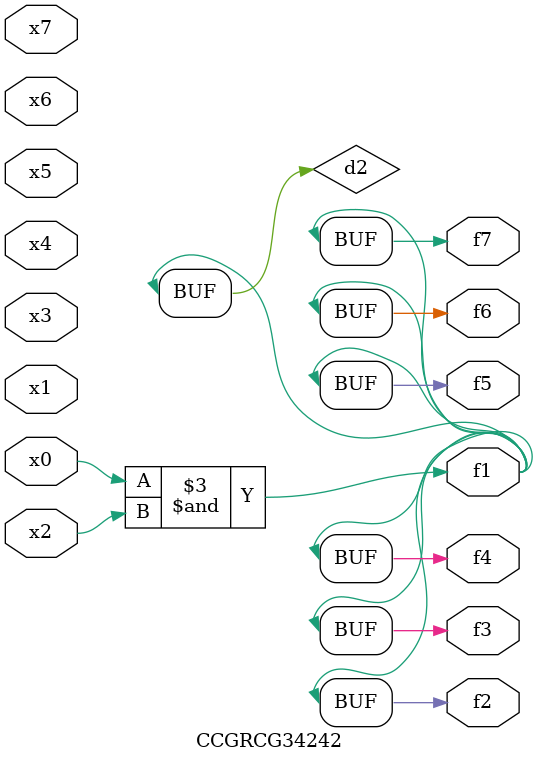
<source format=v>
module CCGRCG34242(
	input x0, x1, x2, x3, x4, x5, x6, x7,
	output f1, f2, f3, f4, f5, f6, f7
);

	wire d1, d2;

	nor (d1, x3, x6);
	and (d2, x0, x2);
	assign f1 = d2;
	assign f2 = d2;
	assign f3 = d2;
	assign f4 = d2;
	assign f5 = d2;
	assign f6 = d2;
	assign f7 = d2;
endmodule

</source>
